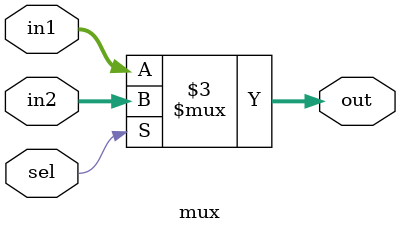
<source format=sv>

module mux
(
   input  logic [31:0] in1,
   input  logic [31:0] in2,
   input  logic        sel,
   output logic [31:0] out
);
always_comb begin

   if (sel) begin
      out = in2;
   end
   
   else begin
      out = in1;
   end

end
endmodule
</source>
